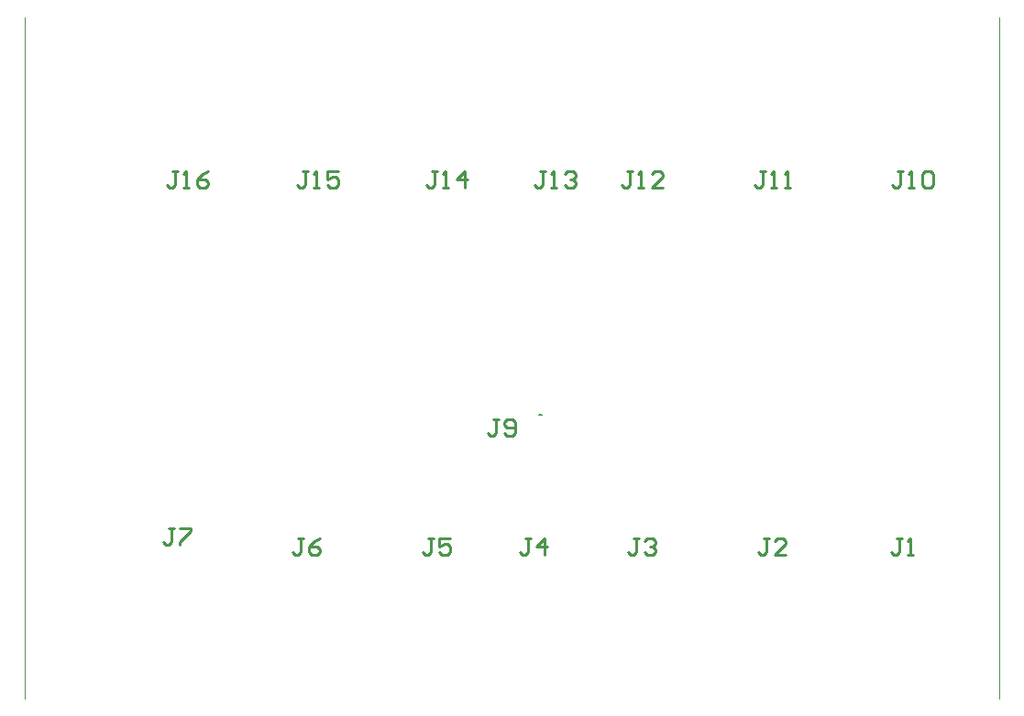
<source format=gto>
G04*
G04 #@! TF.GenerationSoftware,Altium Limited,Altium Designer,21.1.1 (26)*
G04*
G04 Layer_Color=65535*
%FSLAX25Y25*%
%MOIN*%
G70*
G04*
G04 #@! TF.SameCoordinates,9566E8A9-A93A-4A59-9488-A4E323ADFB2D*
G04*
G04*
G04 #@! TF.FilePolarity,Positive*
G04*
G01*
G75*
%ADD10C,0.00787*%
%ADD11C,0.00394*%
%ADD12C,0.01000*%
D10*
X345285Y240905D02*
X344498D01*
X345285D01*
D11*
X511811Y137795D02*
Y385827D01*
X157480Y137795D02*
Y385827D01*
D12*
X329709Y239219D02*
X327710D01*
X328709D01*
Y234221D01*
X327710Y233221D01*
X326710D01*
X325710Y234221D01*
X331708D02*
X332708Y233221D01*
X334707D01*
X335707Y234221D01*
Y238220D01*
X334707Y239219D01*
X332708D01*
X331708Y238220D01*
Y237220D01*
X332708Y236221D01*
X335707D01*
X213037Y329771D02*
X211037D01*
X212037D01*
Y324772D01*
X211037Y323773D01*
X210037D01*
X209038Y324772D01*
X215036Y323773D02*
X217035D01*
X216036D01*
Y329771D01*
X215036Y328771D01*
X224033Y329771D02*
X222034Y328771D01*
X220034Y326772D01*
Y324772D01*
X221034Y323773D01*
X223033D01*
X224033Y324772D01*
Y325772D01*
X223033Y326772D01*
X220034D01*
X260281Y329771D02*
X258281D01*
X259281D01*
Y324772D01*
X258281Y323773D01*
X257282D01*
X256282Y324772D01*
X262280Y323773D02*
X264279D01*
X263280D01*
Y329771D01*
X262280Y328771D01*
X271277Y329771D02*
X267278D01*
Y326772D01*
X269278Y327771D01*
X270277D01*
X271277Y326772D01*
Y324772D01*
X270277Y323773D01*
X268278D01*
X267278Y324772D01*
X307525Y329771D02*
X305525D01*
X306525D01*
Y324772D01*
X305525Y323773D01*
X304526D01*
X303526Y324772D01*
X309524Y323773D02*
X311524D01*
X310524D01*
Y329771D01*
X309524Y328771D01*
X317522Y323773D02*
Y329771D01*
X314523Y326772D01*
X318521D01*
X346895Y329771D02*
X344896D01*
X345895D01*
Y324772D01*
X344896Y323773D01*
X343896D01*
X342896Y324772D01*
X348894Y323773D02*
X350893D01*
X349894D01*
Y329771D01*
X348894Y328771D01*
X353893D02*
X354892Y329771D01*
X356892D01*
X357891Y328771D01*
Y327771D01*
X356892Y326772D01*
X355892D01*
X356892D01*
X357891Y325772D01*
Y324772D01*
X356892Y323773D01*
X354892D01*
X353893Y324772D01*
X378391Y329771D02*
X376392D01*
X377391D01*
Y324772D01*
X376392Y323773D01*
X375392D01*
X374392Y324772D01*
X380390Y323773D02*
X382390D01*
X381390D01*
Y329771D01*
X380390Y328771D01*
X389387Y323773D02*
X385389D01*
X389387Y327771D01*
Y328771D01*
X388388Y329771D01*
X386388D01*
X385389Y328771D01*
X426635Y329771D02*
X424635D01*
X425635D01*
Y324772D01*
X424635Y323773D01*
X423636D01*
X422636Y324772D01*
X428634Y323773D02*
X430633D01*
X429634D01*
Y329771D01*
X428634Y328771D01*
X433632Y323773D02*
X435632D01*
X434632D01*
Y329771D01*
X433632Y328771D01*
X476816Y329771D02*
X474817D01*
X475816D01*
Y324772D01*
X474817Y323773D01*
X473817D01*
X472817Y324772D01*
X478815Y323773D02*
X480815D01*
X479815D01*
Y329771D01*
X478815Y328771D01*
X483814D02*
X484813Y329771D01*
X486813D01*
X487813Y328771D01*
Y324772D01*
X486813Y323773D01*
X484813D01*
X483814Y324772D01*
Y328771D01*
X211599Y199849D02*
X209599D01*
X210599D01*
Y194851D01*
X209599Y193851D01*
X208600D01*
X207600Y194851D01*
X213598Y199849D02*
X217597D01*
Y198850D01*
X213598Y194851D01*
Y193851D01*
X258843Y195912D02*
X256843D01*
X257843D01*
Y190914D01*
X256843Y189914D01*
X255844D01*
X254844Y190914D01*
X264841Y195912D02*
X262842Y194913D01*
X260842Y192913D01*
Y190914D01*
X261842Y189914D01*
X263841D01*
X264841Y190914D01*
Y191914D01*
X263841Y192913D01*
X260842D01*
X306087Y195912D02*
X304088D01*
X305087D01*
Y190914D01*
X304088Y189914D01*
X303088D01*
X302088Y190914D01*
X312085Y195912D02*
X308086D01*
Y192913D01*
X310086Y193913D01*
X311085D01*
X312085Y192913D01*
Y190914D01*
X311085Y189914D01*
X309086D01*
X308086Y190914D01*
X341520Y195912D02*
X339521D01*
X340520D01*
Y190914D01*
X339521Y189914D01*
X338521D01*
X337521Y190914D01*
X346518Y189914D02*
Y195912D01*
X343519Y192913D01*
X347518D01*
X380890Y195912D02*
X378891D01*
X379890D01*
Y190914D01*
X378891Y189914D01*
X377891D01*
X376891Y190914D01*
X382889Y194913D02*
X383889Y195912D01*
X385889D01*
X386888Y194913D01*
Y193913D01*
X385889Y192913D01*
X384889D01*
X385889D01*
X386888Y191914D01*
Y190914D01*
X385889Y189914D01*
X383889D01*
X382889Y190914D01*
X428134Y195912D02*
X426135D01*
X427135D01*
Y190914D01*
X426135Y189914D01*
X425135D01*
X424135Y190914D01*
X434132Y189914D02*
X430133D01*
X434132Y193913D01*
Y194913D01*
X433133Y195912D01*
X431133D01*
X430133Y194913D01*
X476378Y195912D02*
X474379D01*
X475378D01*
Y190914D01*
X474379Y189914D01*
X473379D01*
X472379Y190914D01*
X478377Y189914D02*
X480377D01*
X479377D01*
Y195912D01*
X478377Y194913D01*
M02*

</source>
